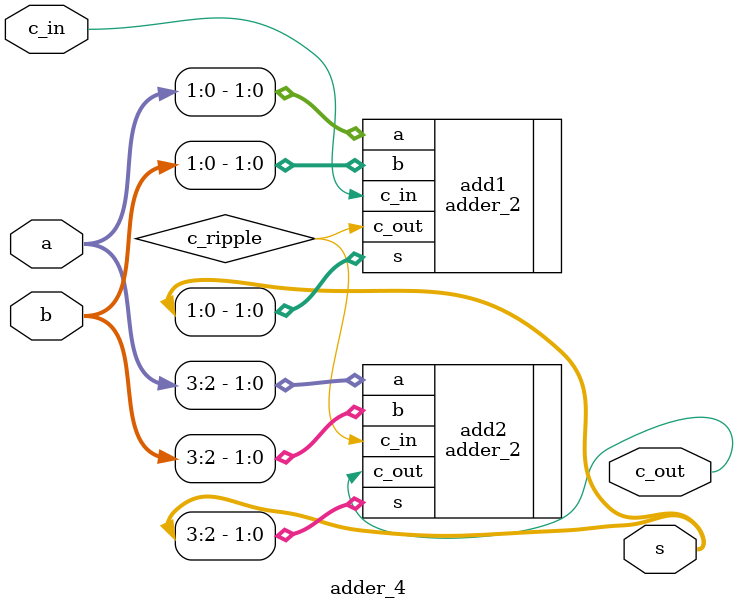
<source format=v>
`timescale 1ns / 1ps
module adder_4(
    input [3:0] a,
    input [3:0] b,
    input c_in,
    output [3:0] s,
    output c_out
    );

	 wire c_ripple;
	 
	 adder_2 add1(.a(a[1:0]),
					  .b(b[1:0]),
					  .c_in(c_in),
					  .s(s[1:0]),
					  .c_out(c_ripple));
						  
	 adder_2 add2(.a(a[3:2]),
					  .b(b[3:2]),
					  .c_in(c_ripple),
					  .s(s[3:2]),
					  .c_out(c_out));

endmodule

</source>
